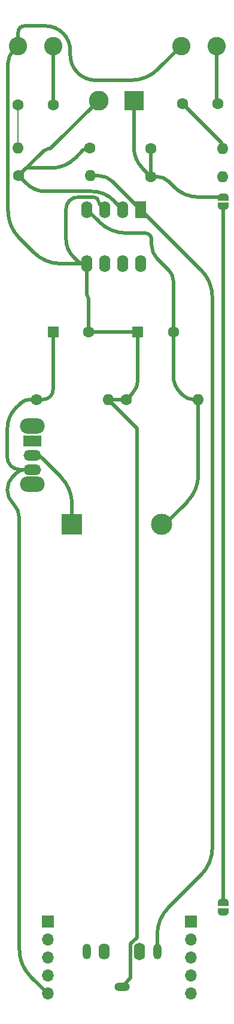
<source format=gbr>
%TF.GenerationSoftware,KiCad,Pcbnew,8.0.5*%
%TF.CreationDate,2025-02-18T01:30:18+08:00*%
%TF.ProjectId,troubleSeeker,74726f75-626c-4655-9365-656b65722e6b,rev?*%
%TF.SameCoordinates,Original*%
%TF.FileFunction,Copper,L1,Top*%
%TF.FilePolarity,Positive*%
%FSLAX46Y46*%
G04 Gerber Fmt 4.6, Leading zero omitted, Abs format (unit mm)*
G04 Created by KiCad (PCBNEW 8.0.5) date 2025-02-18 01:30:18*
%MOMM*%
%LPD*%
G01*
G04 APERTURE LIST*
G04 Aperture macros list*
%AMFreePoly0*
4,1,19,0.500000,-0.750000,0.000000,-0.750000,0.000000,-0.744911,-0.071157,-0.744911,-0.207708,-0.704816,-0.327430,-0.627875,-0.420627,-0.520320,-0.479746,-0.390866,-0.500000,-0.250000,-0.500000,0.250000,-0.479746,0.390866,-0.420627,0.520320,-0.327430,0.627875,-0.207708,0.704816,-0.071157,0.744911,0.000000,0.744911,0.000000,0.750000,0.500000,0.750000,0.500000,-0.750000,0.500000,-0.750000,
$1*%
%AMFreePoly1*
4,1,19,0.000000,0.744911,0.071157,0.744911,0.207708,0.704816,0.327430,0.627875,0.420627,0.520320,0.479746,0.390866,0.500000,0.250000,0.500000,-0.250000,0.479746,-0.390866,0.420627,-0.520320,0.327430,-0.627875,0.207708,-0.704816,0.071157,-0.744911,0.000000,-0.744911,0.000000,-0.750000,-0.500000,-0.750000,-0.500000,0.750000,0.000000,0.750000,0.000000,0.744911,0.000000,0.744911,
$1*%
G04 Aperture macros list end*
%TA.AperFunction,Conductor*%
%ADD10C,0.200000*%
%TD*%
%TA.AperFunction,ComponentPad*%
%ADD11R,1.700000X1.700000*%
%TD*%
%TA.AperFunction,ComponentPad*%
%ADD12O,1.700000X1.700000*%
%TD*%
%TA.AperFunction,ComponentPad*%
%ADD13C,2.600000*%
%TD*%
%TA.AperFunction,SMDPad,CuDef*%
%ADD14FreePoly0,270.000000*%
%TD*%
%TA.AperFunction,SMDPad,CuDef*%
%ADD15FreePoly1,270.000000*%
%TD*%
%TA.AperFunction,ComponentPad*%
%ADD16C,1.600000*%
%TD*%
%TA.AperFunction,ComponentPad*%
%ADD17O,1.600000X1.600000*%
%TD*%
%TA.AperFunction,ComponentPad*%
%ADD18R,2.800000X2.800000*%
%TD*%
%TA.AperFunction,ComponentPad*%
%ADD19C,2.800000*%
%TD*%
%TA.AperFunction,ComponentPad*%
%ADD20R,1.600000X1.600000*%
%TD*%
%TA.AperFunction,ComponentPad*%
%ADD21O,3.500000X2.200000*%
%TD*%
%TA.AperFunction,ComponentPad*%
%ADD22R,2.500000X1.500000*%
%TD*%
%TA.AperFunction,ComponentPad*%
%ADD23O,2.500000X1.500000*%
%TD*%
%TA.AperFunction,ComponentPad*%
%ADD24R,1.600000X2.400000*%
%TD*%
%TA.AperFunction,ComponentPad*%
%ADD25O,1.600000X2.400000*%
%TD*%
%TA.AperFunction,ComponentPad*%
%ADD26O,1.200000X2.200000*%
%TD*%
%TA.AperFunction,ComponentPad*%
%ADD27O,1.600000X2.300000*%
%TD*%
%TA.AperFunction,ComponentPad*%
%ADD28O,2.200000X1.200000*%
%TD*%
%TA.AperFunction,ComponentPad*%
%ADD29O,1.600000X2.500000*%
%TD*%
%TA.AperFunction,ComponentPad*%
%ADD30R,3.000000X3.000000*%
%TD*%
%TA.AperFunction,ComponentPad*%
%ADD31C,3.000000*%
%TD*%
%TA.AperFunction,Conductor*%
%ADD32C,0.500000*%
%TD*%
G04 APERTURE END LIST*
D10*
%TO.N,Net-(C4-Pad1)*%
X129000000Y-58000000D02*
X129025000Y-51950000D01*
%TD*%
D11*
%TO.P,j_breakout2,1,Pin_1*%
%TO.N,unconnected-(j_breakout2-Pin_1-Pad1)*%
X153450000Y-167400000D03*
D12*
%TO.P,j_breakout2,2,Pin_2*%
%TO.N,unconnected-(j_breakout2-Pin_2-Pad2)*%
X153450000Y-169940000D03*
%TO.P,j_breakout2,3,Pin_3*%
%TO.N,unconnected-(j_breakout2-Pin_3-Pad3)*%
X153450000Y-172480000D03*
%TO.P,j_breakout2,4,Pin_4*%
%TO.N,unconnected-(j_breakout2-Pin_4-Pad4)*%
X153450000Y-175020000D03*
%TO.P,j_breakout2,5,Pin_5*%
%TO.N,unconnected-(j_breakout2-Pin_5-Pad5)*%
X153450000Y-177560000D03*
%TD*%
D11*
%TO.P,j_breakout1,1,Pin_1*%
%TO.N,AUDIO_R*%
X133200000Y-167400000D03*
D12*
%TO.P,j_breakout1,2,Pin_2*%
%TO.N,AUDIO_L*%
X133200000Y-169940000D03*
%TO.P,j_breakout1,3,Pin_3*%
%TO.N,VGND2*%
X133200000Y-172480000D03*
%TO.P,j_breakout1,4,Pin_4*%
%TO.N,-4.5V*%
X133200000Y-175020000D03*
%TO.P,j_breakout1,5,Pin_5*%
%TO.N,4.5V*%
X133200000Y-177560000D03*
%TD*%
D13*
%TO.P,L2,1,1*%
%TO.N,Net-(C5-Pad2)*%
X157100000Y-43650000D03*
%TO.P,L2,2,2*%
%TO.N,VGND2*%
X152100000Y-43650000D03*
%TD*%
D14*
%TO.P,JP3,1,A*%
%TO.N,Net-(JP1-B)*%
X158000000Y-164700000D03*
D15*
%TO.P,JP3,2,B*%
%TO.N,unconnected-(JP3-B-Pad2)*%
X158000000Y-166000000D03*
%TD*%
D16*
%TO.P,R4,1*%
%TO.N,Net-(J1-Pin_2)*%
X129120000Y-62000000D03*
D17*
%TO.P,R4,2*%
%TO.N,AUDIO_L*%
X139280000Y-62000000D03*
%TD*%
D14*
%TO.P,JP1,1,A*%
%TO.N,Net-(J1-Pin_1)*%
X158000000Y-65000000D03*
D15*
%TO.P,JP1,2,B*%
%TO.N,Net-(JP1-B)*%
X158000000Y-66300000D03*
%TD*%
D16*
%TO.P,R1,1*%
%TO.N,4.5V*%
X131594749Y-93594749D03*
D17*
%TO.P,R1,2*%
%TO.N,VGND2*%
X141754749Y-93594749D03*
%TD*%
D16*
%TO.P,R6,1*%
%TO.N,Net-(J1-Pin_1)*%
X147820000Y-62125000D03*
D17*
%TO.P,R6,2*%
%TO.N,AUDIO_R*%
X157980000Y-62125000D03*
%TD*%
D16*
%TO.P,R5,1*%
%TO.N,Net-(J1-Pin_1)*%
X147815000Y-58175000D03*
D17*
%TO.P,R5,2*%
%TO.N,Net-(C5-Pad1)*%
X157975000Y-58175000D03*
%TD*%
D16*
%TO.P,C5,1*%
%TO.N,Net-(C5-Pad1)*%
X152250000Y-51825000D03*
%TO.P,C5,2*%
%TO.N,Net-(C5-Pad2)*%
X157250000Y-51825000D03*
%TD*%
D18*
%TO.P,J1,1,Pin_1*%
%TO.N,Net-(J1-Pin_1)*%
X145400000Y-51355000D03*
D19*
%TO.P,J1,2,Pin_2*%
%TO.N,Net-(J1-Pin_2)*%
X140400000Y-51355000D03*
%TD*%
D16*
%TO.P,R2,1*%
%TO.N,VGND2*%
X144354749Y-93594749D03*
D17*
%TO.P,R2,2*%
%TO.N,-4.5V*%
X154514749Y-93594749D03*
%TD*%
D16*
%TO.P,R3,1*%
%TO.N,Net-(J1-Pin_2)*%
X139200000Y-58100000D03*
D17*
%TO.P,R3,2*%
%TO.N,Net-(C4-Pad1)*%
X129040000Y-58100000D03*
%TD*%
D16*
%TO.P,C4,1*%
%TO.N,Net-(C4-Pad1)*%
X129025000Y-51950000D03*
%TO.P,C4,2*%
%TO.N,Net-(C4-Pad2)*%
X134025000Y-51950000D03*
%TD*%
D20*
%TO.P,C2,1*%
%TO.N,VGND2*%
X145974749Y-84094749D03*
D16*
%TO.P,C2,2*%
%TO.N,-4.5V*%
X150974749Y-84094749D03*
%TD*%
D20*
%TO.P,C1,1*%
%TO.N,4.5V*%
X133974749Y-84094749D03*
D16*
%TO.P,C1,2*%
%TO.N,VGND2*%
X138974749Y-84094749D03*
%TD*%
D13*
%TO.P,L1,1,1*%
%TO.N,Net-(C4-Pad2)*%
X134025000Y-43650000D03*
%TO.P,L1,2,2*%
%TO.N,VGND2*%
X129025000Y-43650000D03*
%TD*%
D21*
%TO.P,SW1,*%
%TO.N,*%
X131000000Y-97400000D03*
X131000000Y-105600000D03*
D22*
%TO.P,SW1,1,A*%
%TO.N,unconnected-(SW1-A-Pad1)*%
X131000000Y-99500000D03*
D23*
%TO.P,SW1,2,B*%
%TO.N,Net-(BT1-+)*%
X131000000Y-101500000D03*
%TO.P,SW1,3,C*%
%TO.N,4.5V*%
X131000000Y-103500000D03*
%TD*%
D24*
%TO.P,U1,1*%
%TO.N,AUDIO_L*%
X146400000Y-66800000D03*
D25*
%TO.P,U1,2,-*%
%TO.N,Net-(J1-Pin_2)*%
X143860000Y-66800000D03*
%TO.P,U1,3,+*%
%TO.N,VGND2*%
X141320000Y-66800000D03*
%TO.P,U1,4,V-*%
%TO.N,-4.5V*%
X138780000Y-66800000D03*
%TO.P,U1,5,+*%
%TO.N,VGND2*%
X138780000Y-74420000D03*
%TO.P,U1,6,-*%
%TO.N,Net-(J1-Pin_1)*%
X141320000Y-74420000D03*
%TO.P,U1,7*%
%TO.N,AUDIO_R*%
X143860000Y-74420000D03*
%TO.P,U1,8,V+*%
%TO.N,4.5V*%
X146400000Y-74420000D03*
%TD*%
D26*
%TO.P,J2,R*%
%TO.N,AUDIO_R*%
X138700000Y-171600000D03*
D27*
%TO.P,J2,RN*%
%TO.N,unconnected-(J2-PadRN)*%
X141200000Y-171600000D03*
D28*
%TO.P,J2,S*%
%TO.N,VGND2*%
X143700000Y-176600000D03*
D26*
%TO.P,J2,T*%
%TO.N,AUDIO_L*%
X148700000Y-171600000D03*
D29*
%TO.P,J2,TN*%
%TO.N,unconnected-(J2-PadTN)*%
X146200000Y-171600000D03*
%TD*%
D30*
%TO.P,BT1,1,+*%
%TO.N,Net-(BT1-+)*%
X136650000Y-111250000D03*
D31*
%TO.P,BT1,2,-*%
%TO.N,-4.5V*%
X149350000Y-111250000D03*
%TD*%
D32*
%TO.N,Net-(BT1-+)*%
X135056207Y-104556207D02*
X132353553Y-101853553D01*
X136650000Y-108403963D02*
X136650000Y-110600000D01*
X131500000Y-101500000D02*
X131000000Y-101500000D01*
D10*
X137300000Y-111250000D02*
X137950000Y-111250000D01*
D32*
X136650000Y-110600000D02*
G75*
G03*
X137300000Y-111250000I650000J0D01*
G01*
X132353553Y-101853553D02*
G75*
G03*
X131500000Y-101499998I-853553J-853547D01*
G01*
X135056207Y-104556207D02*
G75*
G02*
X136650011Y-108403963I-3847807J-3847793D01*
G01*
%TO.N,Net-(C4-Pad2)*%
X134025000Y-43650000D02*
X134025000Y-51950000D01*
%TO.N,Net-(C5-Pad2)*%
X157100000Y-51568933D02*
X157100000Y-43650000D01*
X157175000Y-51750000D02*
X157250000Y-51825000D01*
X157100000Y-51568933D02*
G75*
G03*
X157175010Y-51749990I256100J33D01*
G01*
%TO.N,Net-(C5-Pad1)*%
X157754029Y-57329029D02*
X152250000Y-51825000D01*
X157975000Y-57862500D02*
X157975000Y-58175000D01*
X157754029Y-57329029D02*
G75*
G02*
X157975012Y-57862500I-533429J-533471D01*
G01*
%TO.N,VGND2*%
X129025000Y-43650000D02*
X129025000Y-41721231D01*
X129921231Y-40825000D02*
X132900431Y-40825000D01*
X127600000Y-46082627D02*
X127600000Y-66946036D01*
X129193792Y-70793792D02*
X131226207Y-72826207D01*
X137480588Y-74080588D02*
X136810000Y-73410000D01*
X145870752Y-97710752D02*
X145870752Y-169629248D01*
X144950000Y-175350000D02*
X143700000Y-176600000D01*
X144354749Y-93594749D02*
X145164749Y-92784749D01*
X141754749Y-93594749D02*
X145870752Y-97710752D01*
X138780000Y-74420000D02*
X135073963Y-74420000D01*
X135800000Y-66707106D02*
X135800000Y-70971644D01*
X136400000Y-44324568D02*
X136400000Y-44915075D01*
X141754749Y-93594749D02*
X144354749Y-93594749D01*
X144996036Y-48500000D02*
X139984924Y-48500000D01*
X128312500Y-44362500D02*
X129025000Y-43650000D01*
X140569705Y-66049705D02*
X141320000Y-66800000D01*
X138300000Y-74420000D02*
X138780000Y-74420000D01*
X138780000Y-74420000D02*
X138780000Y-78842118D01*
X138974749Y-79312284D02*
X138974749Y-84094749D01*
X144950000Y-170550000D02*
X144950000Y-175350000D01*
X148843792Y-46906207D02*
X152100000Y-43650000D01*
X137507106Y-65000000D02*
X139717157Y-65000000D01*
X138974749Y-84094749D02*
X145974749Y-84094749D01*
X145870752Y-169629248D02*
X144950000Y-170550000D01*
X140230294Y-65230294D02*
X140200000Y-65200000D01*
X145974749Y-90829236D02*
X145974749Y-84094749D01*
X135375000Y-41850000D02*
G75*
G03*
X132900431Y-40824987I-2474600J-2474600D01*
G01*
X128312500Y-44362500D02*
G75*
G03*
X127600011Y-46082627I1720100J-1720100D01*
G01*
X135375000Y-41850000D02*
G75*
G02*
X136400013Y-44324568I-2474600J-2474600D01*
G01*
X135800000Y-70971644D02*
G75*
G03*
X136810013Y-73409987I3448400J44D01*
G01*
X136300000Y-65500000D02*
G75*
G03*
X135800003Y-66707106I1207100J-1207100D01*
G01*
X129921231Y-40825000D02*
G75*
G03*
X129287491Y-41087491I-31J-896200D01*
G01*
X145974749Y-90829236D02*
G75*
G02*
X145164738Y-92784738I-2765549J36D01*
G01*
X137507106Y-65000000D02*
G75*
G03*
X136299998Y-65499998I-6J-1707100D01*
G01*
X140400000Y-65640000D02*
G75*
G03*
X140569707Y-66049703I579400J0D01*
G01*
X140230294Y-65230294D02*
G75*
G02*
X140400003Y-65640000I-409694J-409706D01*
G01*
X131226207Y-72826207D02*
G75*
G03*
X135073963Y-74420011I3847793J3847807D01*
G01*
X137480588Y-74080588D02*
G75*
G03*
X138300000Y-74420007I819412J819388D01*
G01*
X129287500Y-41087500D02*
G75*
G03*
X129025013Y-41721231I633700J-633700D01*
G01*
X138877374Y-79077201D02*
G75*
G02*
X138974763Y-79312284I-235074J-235099D01*
G01*
X127600000Y-66946036D02*
G75*
G03*
X129193800Y-70793784I5441600J36D01*
G01*
X148843792Y-46906207D02*
G75*
G02*
X144996036Y-48500010I-3847792J3847807D01*
G01*
X140200000Y-65200000D02*
G75*
G03*
X139717157Y-65000018I-482800J-482800D01*
G01*
X138780000Y-78842118D02*
G75*
G03*
X138877374Y-79077201I332500J18D01*
G01*
X136400000Y-44915075D02*
G75*
G03*
X137449993Y-47450007I3584900J-25D01*
G01*
X137450000Y-47450000D02*
G75*
G03*
X139984924Y-48499990I2534900J2534900D01*
G01*
%TO.N,AUDIO_L*%
X146400000Y-66800000D02*
X142420243Y-62820243D01*
X154906207Y-75306207D02*
X146400000Y-66800000D01*
X148700000Y-169253963D02*
X148700000Y-171600000D01*
X140440000Y-62000000D02*
X139280000Y-62000000D01*
X156500000Y-79153963D02*
X156500000Y-156946036D01*
X150293792Y-165406207D02*
X154906207Y-160793792D01*
X142420243Y-62820243D02*
G75*
G03*
X140440000Y-62000004I-1980243J-1980257D01*
G01*
X150293792Y-165406207D02*
G75*
G03*
X148699959Y-169253963I3847708J-3847793D01*
G01*
X154906207Y-75306207D02*
G75*
G02*
X156500011Y-79153963I-3847807J-3847793D01*
G01*
X156500000Y-156946036D02*
G75*
G02*
X154906200Y-160793785I-5441600J36D01*
G01*
%TO.N,-4.5V*%
X150974749Y-77866567D02*
X150974749Y-84094749D01*
X147900000Y-71000000D02*
X147900000Y-71763604D01*
X140486207Y-68506207D02*
X138780000Y-66800000D01*
X151954559Y-92614939D02*
X152375620Y-93036000D01*
X154514749Y-93989844D02*
X154514749Y-104231287D01*
X150355309Y-75355309D02*
X148703553Y-73703553D01*
X150974749Y-90249468D02*
X150974749Y-84094749D01*
X152920956Y-108079043D02*
X149350000Y-111650000D01*
X146999999Y-70100000D02*
X144333963Y-70100000D01*
X154119654Y-93594749D02*
X153724559Y-93594749D01*
X151000000Y-77805605D02*
X151000000Y-76911730D01*
X150974749Y-90249468D02*
G75*
G03*
X151954549Y-92614949I3345251J-32D01*
G01*
X152375620Y-93036000D02*
G75*
G03*
X153724559Y-93594789I1348980J1348900D01*
G01*
X150987374Y-77836086D02*
G75*
G03*
X150974738Y-77866567I30526J-30514D01*
G01*
X154514749Y-93989844D02*
G75*
G03*
X154119654Y-93594751I-395049J44D01*
G01*
X147636396Y-70363604D02*
G75*
G02*
X147900000Y-71000000I-636396J-636396D01*
G01*
X154514749Y-104231287D02*
G75*
G02*
X152920963Y-108079050I-5441549J-13D01*
G01*
X151000000Y-77805605D02*
G75*
G02*
X150987370Y-77836082I-43100J5D01*
G01*
X150355309Y-75355309D02*
G75*
G02*
X150999982Y-76911730I-1556409J-1556391D01*
G01*
X140486207Y-68506207D02*
G75*
G03*
X144333963Y-70100011I3847793J3847807D01*
G01*
X147636396Y-70363604D02*
G75*
G03*
X146999999Y-70100000I-636396J-636396D01*
G01*
X147900000Y-71763604D02*
G75*
G03*
X148703556Y-73703550I2743500J4D01*
G01*
%TO.N,4.5V*%
X127500000Y-101792893D02*
X127500000Y-97700769D01*
X130750000Y-93594749D02*
X131594749Y-93594749D01*
X130793792Y-175153792D02*
X133200000Y-177560000D01*
X128631281Y-104118718D02*
X128295495Y-104454504D01*
X129307923Y-94192076D02*
X128702625Y-94797374D01*
X128350000Y-108350000D02*
X128295495Y-108295495D01*
X131594749Y-93594749D02*
X132591992Y-93594749D01*
X129200000Y-110402081D02*
X129200000Y-171306036D01*
X133974749Y-92211992D02*
X133974749Y-84094749D01*
X129207106Y-103500000D02*
X130125000Y-103500000D01*
X133569749Y-93189749D02*
G75*
G03*
X133974746Y-92211992I-977749J977749D01*
G01*
X130125000Y-103500000D02*
X130125000Y-103500000D01*
X128702625Y-94797374D02*
G75*
G03*
X127499972Y-97700769I2903375J-2903426D01*
G01*
X133569749Y-93189749D02*
G75*
G02*
X132591992Y-93594746I-977749J977749D01*
G01*
X128000000Y-103000000D02*
G75*
G03*
X129207106Y-103499997I1207100J1207100D01*
G01*
X128350000Y-108350000D02*
G75*
G02*
X129200008Y-110402081I-2052100J-2052100D01*
G01*
X128295495Y-104454504D02*
G75*
G03*
X127500002Y-106375000I1920505J-1920496D01*
G01*
X127500000Y-101792893D02*
G75*
G03*
X127999998Y-103000002I1707100J-7D01*
G01*
X130750000Y-93594749D02*
G75*
G03*
X129307914Y-94192067I0J-2039451D01*
G01*
X127500000Y-106375000D02*
G75*
G03*
X128295493Y-108295497I2716000J0D01*
G01*
X130125000Y-103500000D02*
G75*
G03*
X128631289Y-104118726I0J-2112400D01*
G01*
X129200000Y-171306036D02*
G75*
G03*
X130793800Y-175153784I5441600J36D01*
G01*
%TO.N,Net-(J1-Pin_1)*%
X147815000Y-62116464D02*
X147815000Y-58175000D01*
X145400000Y-57993801D02*
X145400000Y-51355000D01*
X146610000Y-60915000D02*
X147817500Y-62122500D01*
X151062500Y-63562500D02*
X150263163Y-62763163D01*
X147823535Y-62125000D02*
X148722500Y-62125000D01*
X154532931Y-65000000D02*
X158000000Y-65000000D01*
X150263163Y-62763163D02*
G75*
G03*
X148722500Y-62124992I-1540663J-1540637D01*
G01*
X145400000Y-57993801D02*
G75*
G03*
X146610000Y-60915000I4131200J1D01*
G01*
X151062500Y-63562500D02*
G75*
G03*
X154532931Y-64999987I3470400J3470400D01*
G01*
%TO.N,Net-(J1-Pin_2)*%
X130220000Y-63100000D02*
X129120000Y-62000000D01*
X133720101Y-60900000D02*
X130220000Y-60900000D01*
X130220000Y-60900000D02*
X129120000Y-62000000D01*
X133779506Y-57975493D02*
X140400000Y-51355000D01*
X139200000Y-58100000D02*
X138850000Y-58100000D01*
X138252512Y-58347487D02*
X137099999Y-59499999D01*
X133554999Y-58200000D02*
X133779506Y-57975493D01*
X132875634Y-64200000D02*
X139421522Y-64200000D01*
X132695493Y-58424506D02*
X132695493Y-58424507D01*
X142560000Y-65500000D02*
X143860000Y-66800000D01*
X133237500Y-58200000D02*
X133554999Y-58200000D01*
X132695493Y-58424507D02*
X129120000Y-62000000D01*
X130220000Y-63100000D02*
G75*
G03*
X132875634Y-64199986I2655600J2655600D01*
G01*
X137099999Y-59499999D02*
G75*
G02*
X133720101Y-60899999I-3379899J3379899D01*
G01*
X142560000Y-65500000D02*
G75*
G03*
X139421522Y-64199991I-3138500J-3138500D01*
G01*
X133237500Y-58200000D02*
G75*
G03*
X132695496Y-58424509I0J-766500D01*
G01*
X138850000Y-58100000D02*
G75*
G03*
X138252507Y-58347482I0J-845000D01*
G01*
%TO.N,Net-(JP1-B)*%
X158000000Y-66300000D02*
X158000000Y-164700000D01*
%TD*%
M02*

</source>
